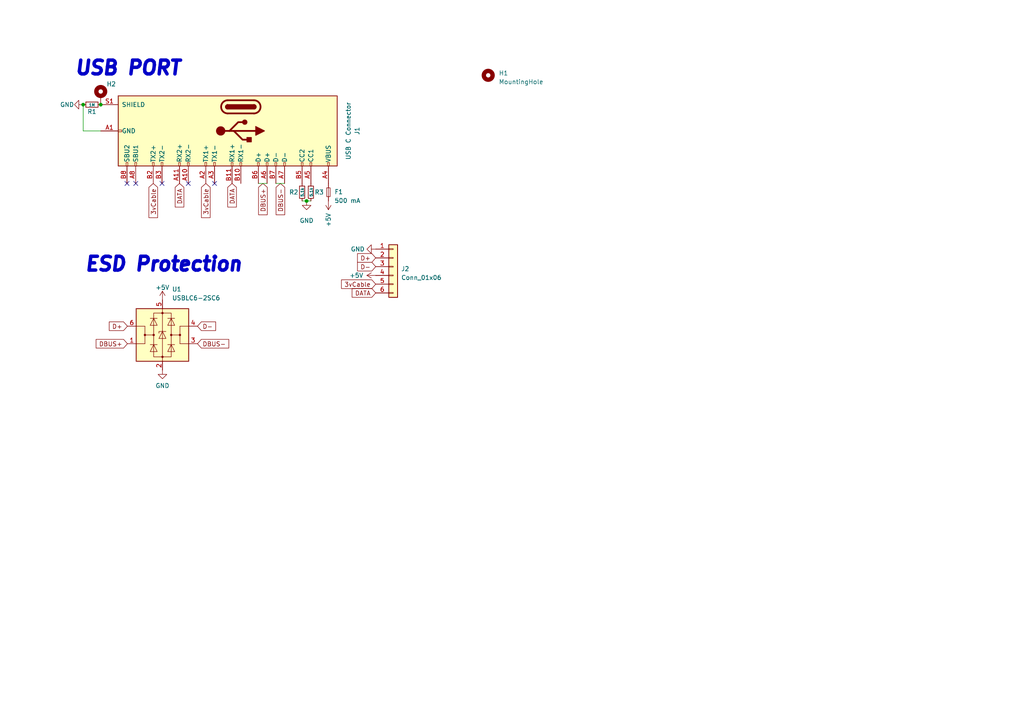
<source format=kicad_sch>
(kicad_sch (version 20230121) (generator eeschema)
  (paper "A4")
  (lib_symbols
    (symbol "Connector:USB_C_Receptacle" (pin_names (offset 1.016))
      (property "Reference" "J" (at -10.16 29.21 0))
      (property "Value" "USB_C_Receptacle" (at 10.16 29.21 0))
      (symbol "USB_C_Receptacle_0_0"
        (rectangle (start -0.254 -35.56) (end 0.254 -34.544))
        (rectangle (start 10.16 -32.766) (end 9.144 -33.274))
        (rectangle (start 10.16 -30.226) (end 9.144 -30.734))
        (rectangle (start 10.16 -25.146) (end 9.144 -25.654))
        (rectangle (start 10.16 -22.606) (end 9.144 -23.114))
        (rectangle (start 10.16 -17.526) (end 9.144 -18.034))
        (rectangle (start 10.16 -14.986) (end 9.144 -15.494))
        (rectangle (start 10.16 -9.906) (end 9.144 -10.414))
        (rectangle (start 10.16 -7.366) (end 9.144 -7.874))
        (rectangle (start 10.16 -2.286) (end 9.144 -2.794))
        (rectangle (start 10.16 0.254) (end 9.144 -0.254))
        (rectangle (start 10.16 5.334) (end 9.144 4.826))
        (rectangle (start 10.16 7.874) (end 9.144 7.366))
        (rectangle (start 10.16 10.414) (end 9.144 9.906))
        (rectangle (start 10.16 12.954) (end 9.144 12.446))
        (rectangle (start 10.16 18.034) (end 9.144 17.526))
        (rectangle (start 10.16 20.574) (end 9.144 20.066))
        (rectangle (start 10.16 25.654) (end 9.144 25.146))
      )
      (symbol "USB_C_Receptacle_0_1"
        (rectangle (start -10.16 27.94) (end 10.16 -35.56) (stroke (width 0.254)) (fill (type background)))
        (arc (start -8.89 -3.81) (mid -6.985 -5.7067) (end -5.08 -3.81) (stroke (width 0.508)))
        (arc (start -7.62 -3.81) (mid -6.985 -4.4423) (end -6.35 -3.81) (stroke (width 0.254)))
        (arc (start -7.62 -3.81) (mid -6.985 -4.4423) (end -6.35 -3.81) (stroke (width 0.254)) (fill (type outline)))
        (rectangle (start -7.62 -3.81) (end -6.35 3.81) (stroke (width 0.254)) (fill (type outline)))
        (arc (start -6.35 3.81) (mid -6.985 4.4423) (end -7.62 3.81) (stroke (width 0.254)))
        (arc (start -6.35 3.81) (mid -6.985 4.4423) (end -7.62 3.81) (stroke (width 0.254)) (fill (type outline)))
        (arc (start -5.08 3.81) (mid -6.985 5.7067) (end -8.89 3.81) (stroke (width 0.508)))
        (polyline (pts (xy -8.89 -3.81) (xy -8.89 3.81)) (stroke (width 0.508)))
        (polyline (pts (xy -5.08 3.81) (xy -5.08 -3.81)) (stroke (width 0.508)))
      )
      (symbol "USB_C_Receptacle_1_1"
        (circle (center -2.54 1.143) (radius 0.635) (stroke (width 0.254)) (fill (type outline)))
        (circle (center 0 -5.842) (radius 1.27) (fill (type outline)))
        (polyline (pts (xy 0 -5.842) (xy 0 4.318)) (stroke (width 0.508)))
        (polyline (pts (xy 0 -3.302) (xy -2.54 -0.762) (xy -2.54 0.508)) (stroke (width 0.508)))
        (polyline (pts (xy 0 -2.032) (xy 2.54 0.508) (xy 2.54 1.778)) (stroke (width 0.508)))
        (polyline (pts (xy -1.27 4.318) (xy 0 6.858) (xy 1.27 4.318) (xy -1.27 4.318)) (stroke (width 0.254)) (fill (type outline)))
        (rectangle (start 1.905 1.778) (end 3.175 3.048) (stroke (width 0.254)) (fill (type outline)))
        (pin passive line (at 0 -40.64 90) (length 5.08) (name "GND") (number "A1"))
        (pin bidirectional line (at 15.24 -15.24 180) (length 5.08) (name "RX2-") (number "A10"))
        (pin bidirectional line (at 15.24 -17.78 180) (length 5.08) (name "RX2+") (number "A11"))
        (pin passive line (at 0 -40.64 90) (length 5.08) hide (name "GND") (number "A12"))
        (pin bidirectional line (at 15.24 -10.16 180) (length 5.08) (name "TX1+") (number "A2"))
        (pin bidirectional line (at 15.24 -7.62 180) (length 5.08) (name "TX1-") (number "A3"))
        (pin passive line (at 15.24 25.4 180) (length 5.08) (name "VBUS") (number "A4"))
        (pin bidirectional line (at 15.24 20.32 180) (length 5.08) (name "CC1") (number "A5"))
        (pin bidirectional line (at 15.24 7.62 180) (length 5.08) (name "D+") (number "A6"))
        (pin bidirectional line (at 15.24 12.7 180) (length 5.08) (name "D-") (number "A7"))
        (pin bidirectional line (at 15.24 -30.48 180) (length 5.08) (name "SBU1") (number "A8"))
        (pin passive line (at 15.24 25.4 180) (length 5.08) hide (name "VBUS") (number "A9"))
        (pin passive line (at 0 -40.64 90) (length 5.08) hide (name "GND") (number "B1"))
        (pin bidirectional line (at 15.24 0 180) (length 5.08) (name "RX1-") (number "B10"))
        (pin bidirectional line (at 15.24 -2.54 180) (length 5.08) (name "RX1+") (number "B11"))
        (pin passive line (at 0 -40.64 90) (length 5.08) hide (name "GND") (number "B12"))
        (pin bidirectional line (at 15.24 -25.4 180) (length 5.08) (name "TX2+") (number "B2"))
        (pin bidirectional line (at 15.24 -22.86 180) (length 5.08) (name "TX2-") (number "B3"))
        (pin passive line (at 15.24 25.4 180) (length 5.08) hide (name "VBUS") (number "B4"))
        (pin bidirectional line (at 15.24 17.78 180) (length 5.08) (name "CC2") (number "B5"))
        (pin bidirectional line (at 15.24 5.08 180) (length 5.08) (name "D+") (number "B6"))
        (pin bidirectional line (at 15.24 10.16 180) (length 5.08) (name "D-") (number "B7"))
        (pin bidirectional line (at 15.24 -33.02 180) (length 5.08) (name "SBU2") (number "B8"))
        (pin passive line (at 15.24 25.4 180) (length 5.08) hide (name "VBUS") (number "B9"))
        (pin passive line (at -7.62 -40.64 90) (length 5.08) (name "SHIELD") (number "S1"))
      )
    )
    (symbol "Connector_Generic:Conn_01x06" (pin_names (offset 1.016) hide)
      (property "Reference" "J" (at 0 7.62 0))
      (property "Value" "Conn_01x06" (at 0 -10.16 0))
      (symbol "Conn_01x06_1_1"
        (rectangle (start -1.27 -7.493) (end 0 -7.747) (stroke (width 0.1524)))
        (rectangle (start -1.27 -4.953) (end 0 -5.207) (stroke (width 0.1524)))
        (rectangle (start -1.27 -2.413) (end 0 -2.667) (stroke (width 0.1524)))
        (rectangle (start -1.27 0.127) (end 0 -0.127) (stroke (width 0.1524)))
        (rectangle (start -1.27 2.667) (end 0 2.413) (stroke (width 0.1524)))
        (rectangle (start -1.27 5.207) (end 0 4.953) (stroke (width 0.1524)))
        (rectangle (start -1.27 6.35) (end 1.27 -8.89) (stroke (width 0.254)) (fill (type background)))
        (pin passive line (at -5.08 5.08 0) (length 3.81) (name "Pin_1") (number "1"))
        (pin passive line (at -5.08 2.54 0) (length 3.81) (name "Pin_2") (number "2"))
        (pin passive line (at -5.08 0 0) (length 3.81) (name "Pin_3") (number "3"))
        (pin passive line (at -5.08 -2.54 0) (length 3.81) (name "Pin_4") (number "4"))
        (pin passive line (at -5.08 -5.08 0) (length 3.81) (name "Pin_5") (number "5"))
        (pin passive line (at -5.08 -7.62 0) (length 3.81) (name "Pin_6") (number "6"))
      )
    )
    (symbol "Device:Fuse_Small" (pin_numbers hide) (pin_names (offset 0.254) hide)
      (property "Reference" "F" (at 0 -1.524 0))
      (property "Value" "Fuse_Small" (at 0 1.524 0))
      (symbol "Fuse_Small_0_1"
        (rectangle (start -1.27 0.508) (end 1.27 -0.508))
        (polyline (pts (xy -1.27 0) (xy 1.27 0)))
      )
      (symbol "Fuse_Small_1_1"
        (pin passive line (at -2.54 0 0) (length 1.27) (name "~") (number "1"))
        (pin passive line (at 2.54 0 180) (length 1.27) (name "~") (number "2"))
      )
    )
    (symbol "Device:R_Small" (pin_numbers hide) (pin_names (offset 0.254) hide)
      (property "Reference" "R" (at 0.762 0.508 0))
      (property "Value" "R_Small" (at 0.762 -1.016 0))
      (symbol "R_Small_0_1"
        (rectangle (start -0.762 1.778) (end 0.762 -1.778) (stroke (width 0.2032)))
      )
      (symbol "R_Small_1_1"
        (pin passive line (at 0 2.54 270) (length 0.762) (name "~") (number "1"))
        (pin passive line (at 0 -2.54 90) (length 0.762) (name "~") (number "2"))
      )
    )
    (symbol "GND_1" (power) (pin_names (offset 0))
      (property "Value" "GND_1" (at 0 -3.81 0))
      (symbol "GND_1_0_1"
        (polyline (pts (xy 0 0) (xy 0 -1.27) (xy 1.27 -1.27) (xy 0 -2.54) (xy -1.27 -1.27) (xy 0 -1.27)))
      )
      (symbol "GND_1_1_1"
        (pin power_in line (at 0 0 270) (length 0) hide (name "GND") (number "1"))
      )
    )
    (symbol "Mechanical:MountingHole" (pin_names (offset 1.016))
      (property "Reference" "H" (at 0 5.08 0))
      (property "Value" "MountingHole" (at 0 3.175 0))
      (symbol "MountingHole_0_1"
        (circle (center 0 0) (radius 1.27) (stroke (width 1.27)))
      )
    )
    (symbol "Mechanical:MountingHole_Pad" (pin_numbers hide) (pin_names (offset 1.016) hide)
      (property "Reference" "H" (at 0 6.35 0))
      (property "Value" "MountingHole_Pad" (at 0 4.445 0))
      (symbol "MountingHole_Pad_0_1"
        (circle (center 0 1.27) (radius 1.27) (stroke (width 1.27)))
      )
      (symbol "MountingHole_Pad_1_1"
        (pin input line (at 0 -2.54 90) (length 2.54) (name "1") (number "1"))
      )
    )
    (symbol "Power_Protection:USBLC6-2SC6" (pin_names hide)
      (property "Reference" "U" (at 2.54 8.89 0))
      (property "Value" "USBLC6-2SC6" (at 2.54 -8.89 0))
      (symbol "USBLC6-2SC6_0_1"
        (rectangle (start -7.62 -7.62) (end 7.62 7.62) (stroke (width 0.254)) (fill (type background)))
        (circle (center -5.08 0) (radius 0.254) (fill (type outline)))
        (circle (center -2.54 0) (radius 0.254) (fill (type outline)))
        (rectangle (start -2.54 6.35) (end 2.54 -6.35))
        (circle (center 0 -6.35) (radius 0.254) (fill (type outline)))
        (polyline (pts (xy -5.08 -2.54) (xy -7.62 -2.54)))
        (polyline (pts (xy -5.08 0) (xy -5.08 -2.54)))
        (polyline (pts (xy -5.08 2.54) (xy -7.62 2.54)))
        (polyline (pts (xy -1.524 -2.794) (xy -3.556 -2.794)))
        (polyline (pts (xy -1.524 4.826) (xy -3.556 4.826)))
        (polyline (pts (xy 0 -7.62) (xy 0 -6.35)))
        (polyline (pts (xy 0 -6.35) (xy 0 1.27)))
        (polyline (pts (xy 0 1.27) (xy 0 6.35)))
        (polyline (pts (xy 0 6.35) (xy 0 7.62)))
        (polyline (pts (xy 1.524 -2.794) (xy 3.556 -2.794)))
        (polyline (pts (xy 1.524 4.826) (xy 3.556 4.826)))
        (polyline (pts (xy 5.08 -2.54) (xy 7.62 -2.54)))
        (polyline (pts (xy 5.08 0) (xy 5.08 -2.54)))
        (polyline (pts (xy 5.08 2.54) (xy 7.62 2.54)))
        (polyline (pts (xy -2.54 0) (xy -5.08 0) (xy -5.08 2.54)))
        (polyline (pts (xy 2.54 0) (xy 5.08 0) (xy 5.08 2.54)))
        (polyline (pts (xy -3.556 -4.826) (xy -1.524 -4.826) (xy -2.54 -2.794) (xy -3.556 -4.826)))
        (polyline (pts (xy -3.556 2.794) (xy -1.524 2.794) (xy -2.54 4.826) (xy -3.556 2.794)))
        (polyline (pts (xy -1.016 -1.016) (xy 1.016 -1.016) (xy 0 1.016) (xy -1.016 -1.016)))
        (polyline (pts (xy 1.016 1.016) (xy 0.762 1.016) (xy -1.016 1.016) (xy -1.016 0.508)))
        (polyline (pts (xy 3.556 -4.826) (xy 1.524 -4.826) (xy 2.54 -2.794) (xy 3.556 -4.826)))
        (polyline (pts (xy 3.556 2.794) (xy 1.524 2.794) (xy 2.54 4.826) (xy 3.556 2.794)))
        (circle (center 0 6.35) (radius 0.254) (fill (type outline)))
        (circle (center 2.54 0) (radius 0.254) (fill (type outline)))
        (circle (center 5.08 0) (radius 0.254) (fill (type outline)))
      )
      (symbol "USBLC6-2SC6_1_1"
        (pin passive line (at -10.16 -2.54 0) (length 2.54) (name "I/O1") (number "1"))
        (pin passive line (at 0 -10.16 90) (length 2.54) (name "GND") (number "2"))
        (pin passive line (at 10.16 -2.54 180) (length 2.54) (name "I/O2") (number "3"))
        (pin passive line (at 10.16 2.54 180) (length 2.54) (name "I/O2") (number "4"))
        (pin passive line (at 0 10.16 270) (length 2.54) (name "VBUS") (number "5"))
        (pin passive line (at -10.16 2.54 0) (length 2.54) (name "I/O1") (number "6"))
      )
    )
    (symbol "power:+5V" (power) (pin_names (offset 0))
      (property "Value" "+5V" (at 0 3.556 0))
      (symbol "+5V_0_1"
        (polyline (pts (xy -0.762 1.27) (xy 0 2.54)))
        (polyline (pts (xy 0 0) (xy 0 2.54)))
        (polyline (pts (xy 0 2.54) (xy 0.762 1.27)))
      )
      (symbol "+5V_1_1"
        (pin power_in line (at 0 0 90) (length 0) hide (name "+5V") (number "1"))
      )
    )
    (symbol "power:GND" (power) (pin_names (offset 0))
      (property "Value" "GND" (at 0 -3.81 0))
      (symbol "GND_0_1"
        (polyline (pts (xy 0 0) (xy 0 -1.27) (xy 1.27 -1.27) (xy 0 -2.54) (xy -1.27 -1.27) (xy 0 -1.27)))
      )
      (symbol "GND_1_1"
        (pin power_in line (at 0 0 270) (length 0) hide (name "GND") (number "1"))
      )
    )
  )
  (junction (at 24.13 30.353))
  (junction (at 88.9254 58.293))
  (junction (at 29.21 30.353))
  (no_connect (at 39.37 53.213))
  (no_connect (at 36.83 53.213))
  (no_connect (at 62.23 53.213))
  (no_connect (at 46.99 53.213))
  (no_connect (at 54.61 53.213))
  (wire (pts (xy 24.13 37.973) (xy 29.21 37.973)))
  (wire (pts (xy 87.63 58.293) (xy 88.9254 58.293)))
  (wire (pts (xy 88.9254 58.293) (xy 90.17 58.293)))
  (wire (pts (xy 77.47 53.213) (xy 74.93 53.213)))
  (wire (pts (xy 82.55 53.213) (xy 80.01 53.213)))
  (wire (pts (xy 24.13 30.353) (xy 24.13 37.973)))
  (text "ESD Protection" (at 24.257 79.121 0) (effects (font (size 4 4) (thickness 2) bold italic) (justify left bottom)))
  (text "USB PORT" (at 21.336 22.225 0) (effects (font (size 4 4) (thickness 2) bold italic) (justify left bottom)))
  (global_label "3vCable" (shape input) (at 44.45 53.213 270) (property "Intersheetrefs" "${INTERSHEET_REFS}" (effects hide)))
  (global_label "DBUS+" (shape input) (at 36.957 99.695 180) (property "Intersheetrefs" "${INTERSHEET_REFS}" (effects hide)))
  (global_label "DBUS+" (shape input) (at 76.2508 53.213 270) (property "Intersheetrefs" "${INTERSHEET_REFS}" (effects hide)))
  (global_label "DATA" (shape input) (at 108.966 84.963 180) (property "Intersheetrefs" "${INTERSHEET_REFS}" (effects hide)))
  (global_label "D-" (shape input) (at 108.966 77.343 180) (property "Intersheetrefs" "${INTERSHEET_REFS}" (effects hide)))
  (global_label "D+" (shape input) (at 36.957 94.615 180) (property "Intersheetrefs" "${INTERSHEET_REFS}" (effects hide)))
  (global_label "3vCable" (shape input) (at 108.966 82.423 180) (property "Intersheetrefs" "${INTERSHEET_REFS}" (effects hide)))
  (global_label "DATA" (shape input) (at 52.07 53.213 270) (property "Intersheetrefs" "${INTERSHEET_REFS}" (effects hide)))
  (global_label "3vCable" (shape input) (at 59.69 53.213 270) (property "Intersheetrefs" "${INTERSHEET_REFS}" (effects hide)))
  (global_label "DBUS-" (shape input) (at 81.3308 53.213 270) (property "Intersheetrefs" "${INTERSHEET_REFS}" (effects hide)))
  (global_label "DATA" (shape input) (at 67.31 53.213 270) (property "Intersheetrefs" "${INTERSHEET_REFS}" (effects hide)))
  (global_label "D-" (shape input) (at 57.277 94.615 0) (property "Intersheetrefs" "${INTERSHEET_REFS}" (effects hide)))
  (global_label "DBUS-" (shape input) (at 57.277 99.695 0) (property "Intersheetrefs" "${INTERSHEET_REFS}" (effects hide)))
  (global_label "D+" (shape input) (at 108.966 74.803 180) (property "Intersheetrefs" "${INTERSHEET_REFS}" (effects hide)))
  (symbol (lib_id "Device:R_Small") (at 87.63 55.753 180) (unit 1)
    (property "Reference" "R2" (at 86.5631 55.753 0) (effects (justify left)))
    (property "Value" "5.1k" (at 87.7316 54.4322 90) (effects (font (size 0.8 0.8)) (justify left)))
    (property "Footprint" "Resistor_SMD:R_0402_1005Metric" (effects hide))
    (property "LCSC" "C25744" (effects hide))
  )
  (symbol (lib_id "power:+5V") (at 108.966 79.883 90) (unit 1)
    (property "Reference" "#PWR07" (effects hide))
    (property "Value" "+5V" (at 105.41 79.883 90) (effects (justify left)))
  )
  (symbol (lib_id "Power_Protection:USBLC6-2SC6") (at 47.117 97.155 0) (unit 1)
    (property "Reference" "U1" (at 49.8857 83.8962 0) (effects (justify left)))
    (property "Value" "USBLC6-2SC6" (at 49.8857 86.4362 0) (effects (justify left)))
    (property "Footprint" "Package_TO_SOT_SMD:SOT-23-6" (effects hide))
    (property "Datasheet" "https://www.st.com/resource/en/datasheet/usblc6-2.pdf" (effects hide))
  )
  (symbol (lib_id "power:+5V") (at 47.117 86.995 0) (unit 1)
    (property "Reference" "#PWR04" (effects hide))
    (property "Value" "+5V" (at 47.117 83.3905 0))
  )
  (symbol (lib_id "Device:R_Small") (at 90.17 55.753 0) (unit 1)
    (property "Reference" "R3" (at 91.2369 55.753 0) (effects (justify left)))
    (property "Value" "5.1k" (at 90.2716 57.0738 90) (effects (font (size 0.8 0.8)) (justify left)))
    (property "Footprint" "Resistor_SMD:R_0402_1005Metric" (effects hide))
    (property "LCSC" "C25744" (effects hide))
  )
  (symbol (lib_id "power:GND") (at 47.117 107.315 0) (unit 1)
    (property "Reference" "#PWR05" (effects hide))
    (property "Value" "GND" (at 47.117 111.8775 0))
  )
  (symbol (lib_name "GND_1") (lib_id "power:GND") (at 108.966 72.263 270) (unit 1)
    (property "Reference" "#PWR06" (effects hide))
    (property "Value" "GND" (at 105.791 72.263 90) (effects (justify right)))
  )
  (symbol (lib_id "Mechanical:MountingHole") (at 141.605 21.844 0) (unit 1)
    (property "Reference" "H1" (at 144.653 21.209 0) (effects (justify left)))
    (property "Value" "MountingHole" (at 144.653 23.749 0) (effects (justify left)))
    (property "Footprint" "MountingHole:MountingHole_2.2mm_M2" (effects hide))
  )
  (symbol (lib_id "power:GND") (at 88.9254 58.293 0) (unit 1)
    (property "Reference" "#PWR02" (effects hide))
    (property "Value" "GND" (at 88.9254 63.9826 0))
  )
  (symbol (lib_id "power:+5V") (at 95.25 58.293 180) (unit 1)
    (property "Reference" "#PWR03" (effects hide))
    (property "Value" "+5V" (at 95.2501 61.7474 90) (effects (justify left)))
  )
  (symbol (lib_id "Device:Fuse_Small") (at 95.25 55.753 270) (unit 1)
    (property "Reference" "F1" (at 96.9772 55.6514 90) (effects (justify left)))
    (property "Value" "500 mA" (at 96.9772 58.1914 90) (effects (justify left)))
    (property "Footprint" "Fuse:Fuse_1206_3216Metric" (effects hide))
  )
  (symbol (lib_id "Device:R_Small") (at 26.67 30.353 90) (unit 1)
    (property "Reference" "R1" (at 26.67 32.385 90))
    (property "Value" "1M" (at 26.67 30.4546 90) (effects (font (size 0.8 0.8))))
    (property "Footprint" "Resistor_SMD:R_0603_1608Metric" (effects hide))
    (property "LCSC" "C25190" (effects hide))
  )
  (symbol (lib_id "Mechanical:MountingHole_Pad") (at 29.21 27.813 0) (mirror y) (unit 1)
    (property "Reference" "H2" (at 33.655 24.384 0) (effects (justify left)))
    (property "Value" "MountingHole_Pad" (effects hide))
    (property "Footprint" "MountingHole:MountingHole_2.2mm_M2_DIN965_Pad" (effects hide))
  )
  (symbol (lib_id "Connector:USB_C_Receptacle") (at 69.85 37.973 270) (unit 1)
    (property "Reference" "J1" (at 103.5812 37.973 0))
    (property "Value" "USB C Connector" (at 101.0412 37.973 0))
    (property "Footprint" "footprints:TYPE-C_24P_QCHT" (effects hide))
    (property "Datasheet" "https://www.usb.org/sites/default/files/documents/usb_type-c.zip" (effects hide))
    (property "LCSC" "C456013" (effects hide))
  )
  (symbol (lib_id "power:GND") (at 24.13 30.353 270) (unit 1)
    (property "Reference" "#PWR01" (effects hide))
    (property "Value" "GND" (at 17.399 30.353 90) (effects (justify left)))
  )
  (symbol (lib_id "Connector_Generic:Conn_01x06") (at 114.046 77.343 0) (unit 1)
    (property "Reference" "J2" (at 116.332 77.978 0) (effects (justify left)))
    (property "Value" "Conn_01x06" (at 116.332 80.518 0) (effects (justify left)))
    (property "Footprint" "Connector_PinHeader_2.54mm:PinHeader_1x06_P2.54mm_Vertical" (effects hide))
  )
)
</source>
